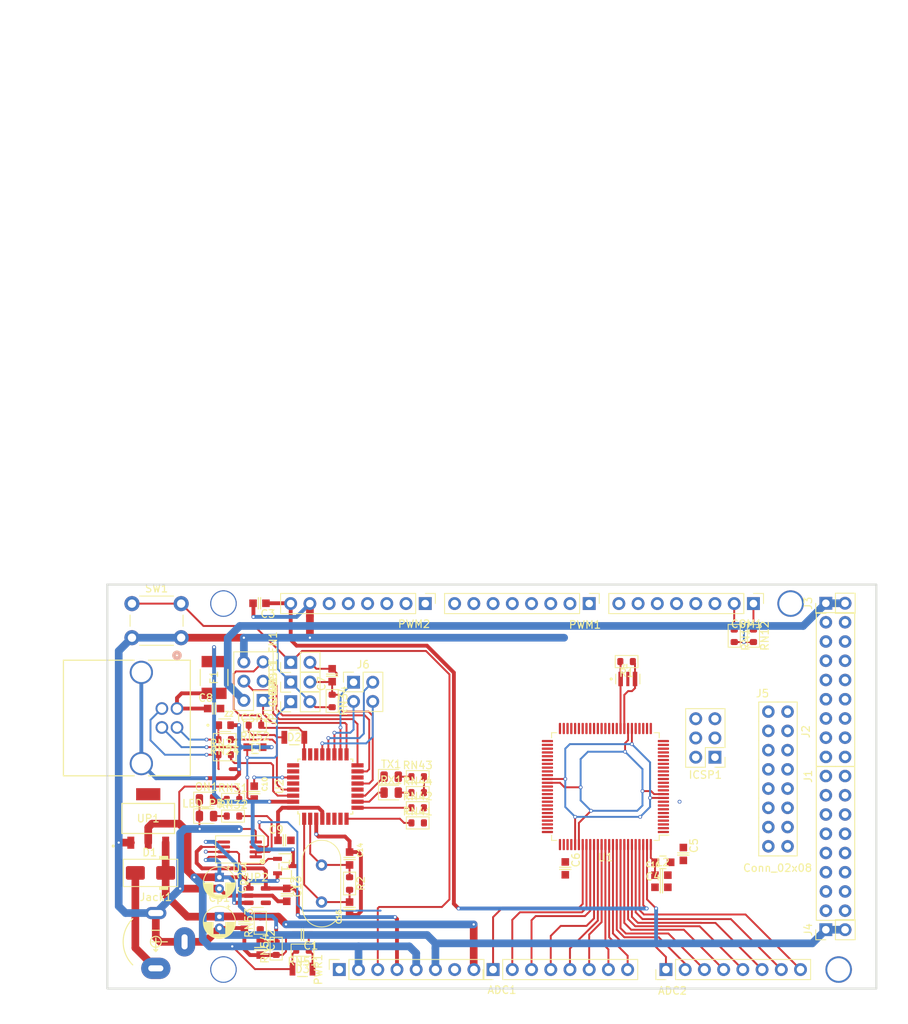
<source format=kicad_pcb>
(kicad_pcb (version 20241229) (generator "pcbnew") (generator_version "9.0")
  (layers (0 "F.Cu" signal) (2 "B.Cu" signal) (13 "F.Paste" user) (15 "B.Paste" user) (5 "F.SilkS" user "F.Silkscreen") (7 "B.SilkS" user "B.Silkscreen") (1 "F.Mask" user) (3 "B.Mask" user) (25 "Edge.Cuts" user))
  (net 0 "")
  (net 1 "GND")
  (net 2 "/PG4")
  (net 3 "/PE7")
  (net 4 "/PE2")
  (net 5 "RESET1")
  (net 6 "/PH7")
  (net 7 "VIN")
  (net 8 "Net-(U2-~{HWB}{slash}PD7)")
  (net 9 "Net-(RESET_EN1-B)")
  (net 10 "Net-(C8-Pad1)")
  (net 11 "Net-(U2-UCAP)")
  (net 12 "AREF")
  (net 13 "/PD6")
  (net 14 "/PD5")
  (net 15 "/PD4")
  (net 17 "/PE6")
  (net 18 "/PH2")
  (net 19 "USBVCC")
  (net 20 "/Power/CMP")
  (net 21 "/ATmega8U2-MU/XT2")
  (net 22 "/ATmega8U2-MU/XT1")
  (net 24 "/PG3")
  (net 28 "RESET2")
  (net 29 "Net-(JP_GND1-A)")
  (net 30 "+3V3")
  (net 31 "TXD0")
  (net 33 "/PH5")
  (net 34 "/PH6")
  (net 35 "+5V")
  (net 36 "Net-(D1-A)")
  (net 37 "/PB4")
  (net 38 "/PB5")
  (net 39 "/PB6")
  (net 40 "/PB7")
  (net 41 "Net-(TX1-A)")
  (net 42 "Net-(RX1-A)")
  (net 43 "Net-(RX1-K)")
  (net 44 "Net-(U1-XTAL2)")
  (net 45 "Net-(U1-XTAL1)")
  (net 46 "RXD0")
  (net 47 "Net-(U2-D-)")
  (net 48 "Net-(U2-D+)")
  (net 49 "Net-(U2-PD2)")
  (net 50 "Net-(LED_PB7-A)")
  (net 51 "Net-(U2-PD3)")
  (net 52 "Net-(ON1-A)")
  (net 53 "/PB0")
  (net 54 "/PB1")
  (net 55 "/PB2")
  (net 59 "/PB3")
  (net 60 "/PC0")
  (net 61 "/PC1")
  (net 62 "/PC2")
  (net 64 "/PC3")
  (net 66 "/PC4")
  (net 67 "/PC5")
  (net 68 "/PC6")
  (net 69 "AVCC")
  (net 70 "/ATmega8U2-MU/MISO2")
  (net 71 "/ATmega8U2-MU/MOSI2")
  (net 72 "/ATmega8U2-MU/SCK2")
  (net 75 "/PC7")
  (net 78 "Net-(TX1-K)")
  (net 79 "/PA7")
  (net 80 "/PA6")
  (net 81 "/PA5")
  (net 82 "/PA4")
  (net 83 "/PA3")
  (net 84 "/PA2")
  (net 85 "/PA1")
  (net 86 "/PA0")
  (net 87 "/Power/GATE_CMD")
  (net 88 "/ADC8")
  (net 89 "/ADC9")
  (net 90 "/ADC10")
  (net 91 "/ADC11")
  (net 92 "/ADC12")
  (net 93 "/ADC13")
  (net 94 "/ADC14")
  (net 95 "/ADC15")
  (net 96 "/ADC0")
  (net 97 "/ADC1")
  (net 98 "/ADC2")
  (net 99 "/ADC3")
  (net 100 "/ADC4")
  (net 101 "/ADC5")
  (net 102 "/ADC6")
  (net 103 "/ADC7")
  (net 104 "/SCL")
  (net 105 "/SDA")
  (net 106 "/RXD1")
  (net 107 "/TXD1")
  (net 108 "/RXD2")
  (net 109 "/TXD2")
  (net 110 "/RXD3")
  (net 111 "/TXD3")
  (net 112 "Net-(U1-PE4)")
  (net 113 "Net-(U1-PE5)")
  (net 114 "/PG5")
  (net 115 "Net-(U1-PE3)")
  (net 116 "/PH3")
  (net 117 "/PH4")
  (net 118 "/PL0")
  (net 119 "/PL1")
  (net 120 "/PL2")
  (net 121 "/PL4")
  (net 122 "/PL3")
  (net 123 "/PL5")
  (net 124 "/PL6")
  (net 125 "/PG0")
  (net 126 "/PL7")
  (net 127 "/PG1")
  (net 128 "/PG2")
  (net 129 "/PD7")
  (net 130 "/RX2")
  (net 131 "/TX2")
  (net 132 "/RX3")
  (net 133 "/TX3")
  (net 134 "/PJ6")
  (net 135 "/PJ2")
  (net 136 "/PJ7")
  (net 137 "/PJ3")
  (net 138 "/PJ5")
  (net 139 "/PJ4")
  (net 140 "PB4")
  (net 141 "PB5")
  (net 142 "PB6")
  (net 143 "PB7")
  (net 144 "Net-(L1-Pad1)")
  (net 146 "Net-(RN21-Pad1)")
  (net 147 "Net-(RN24-Pad2)")
  (net 148 "Net-(U3A--)")
  (footprint "PCM_Resistor_SMD_AKL:R_0603_1608Metric" (layer "F.Cu") (at 126.56 110.1 -90)
    (property "Reference" "RN12")
    (property "Value" "10K_0603" (hide yes))
  )
  (footprint "Capacitor_THT:CP_Radial_D4.0mm_P1.50mm" (layer "F.Cu") (at 56 147.177401 -90)
    (property "Reference" "Cp1")
    (property "Value" "47uF_10V" (hide yes))
  )
  (footprint "PCM_Resistor_SMD_AKL:R_0603_1608Metric" (layer "F.Cu") (at 61.4 148 90)
    (property "Reference" "RN53")
    (property "Value" "10K_0603" (hide yes))
  )
  (footprint "PCM_Resistor_SMD_AKL:R_0603_1608Metric" (layer "F.Cu") (at 57.8 133.9)
    (property "Reference" "RN32")
    (property "Value" "1K_0603" (hide yes))
  )
  (footprint "PCM_4ms_Connector:Pins_2x08_2.54mm_TH" (layer "F.Cu") (at 129.8 129)
    (property "Reference" "J5")
    (property "Value" "Conn_02x08")
  )
  (footprint "Connector_PinHeader_2.54mm:PinHeader_1x08_P2.54mm_Vertical" (layer "F.Cu") (at 115 154.16 90)
    (property "Reference" "ADC2")
    (property "Value" "PINHD_1x8_Male" (hide yes))
  )
  (footprint "PCM_Resistor_SMD_AKL:R_0603_1608Metric" (layer "F.Cu") (at 73.2 142.8 -90)
    (property "Reference" "R2")
    (property "Value" "1M_0603" (hide yes))
  )
  (footprint "Crystal:Crystal_HC49-4H_Vertical" (layer "F.Cu") (at 69.5 145.25 90)
    (property "Reference" "Y2")
    (property "Value" "Crystal_16MHz")
  )
  (footprint "PCM_4ms_Capacitor:C_0603" (layer "F.Cu") (at 101.7 140.8 -90)
    (property "Reference" "C6")
    (property "Value" "100nF_0603_16V" (hide yes))
  )
  (footprint "FerriteBead_MH2029-300Y_Bourns:IND_BOURNS_MH2029" (layer "F.Cu") (at 114.6 140)
    (property "Reference" "L2")
    (property "Value" "MH2029-300Y")
  )
  (footprint "PCM_Resistor_SMD_AKL:R_0603_1608Metric" (layer "F.Cu") (at 56.7 123.8 180)
    (property "Reference" "RN24")
    (property "Value" "22R_0603" (hide yes))
  )
  (footprint "Resonators_CSTCE16M0V53-R0_Murata:OSC_CSTCE16M0V53-R0" (layer "F.Cu") (at 109.9625 115.8)
    (property "Reference" "Y1")
    (property "Value" "CSTCE16M0V53-R0")
  )
  (footprint "PCM_Resistor_SMD_AKL:R_0603_1608Metric" (layer "F.Cu") (at 124.02 110.1 -90)
    (property "Reference" "RN13")
    (property "Value" "10K_0603" (hide yes))
  )
  (footprint "PCM_Resistor_SMD_AKL:R_0603_1608Metric" (layer "F.Cu") (at 57.8 131.7)
    (property "Reference" "RN31")
    (property "Value" "1K_0603" (hide yes))
  )
  (footprint "Connector_PinHeader_2.54mm:PinHeader_1x02_P2.54mm_Vertical" (layer "F.Cu") (at 65.425 113.6 90)
    (property "Reference" "RESET_EN1")
    (property "Value" "SolderJumper_2_Open" (hide yes))
  )
  (footprint "Connector_PinHeader_2.54mm:PinHeader_2x03_P2.54mm_Vertical" (layer "F.Cu") (at 121.475 126.125 180)
    (property "Reference" "ICSP1")
    (property "Value" "ICSP_Connector" (hide yes))
  )
  (footprint "PCM_4ms_Capacitor:C_0603" (layer "F.Cu") (at 61.3 105.8 180)
    (property "Reference" "C3")
    (property "Value" "100nF_0603_16V" (hide yes))
  )
  (footprint "PCM_4ms_Capacitor:C_0603" (layer "F.Cu") (at 64.9 144.3 -90)
    (property "Reference" "C13")
    (property "Value" "100nF_0603_16V" (hide yes))
  )
  (footprint "Connector_PinHeader_2.54mm:PinHeader_2x03_P2.54mm_Vertical" (layer "F.Cu") (at 61.775 118.625 180)
    (property "Reference" "ICSP2")
    (property "Value" "ICSP_Connector" (hide yes))
  )
  (footprint "PCM_4ms_Capacitor:C_0603" (layer "F.Cu") (at 61.4 151.4 -90)
    (property "Reference" "C12")
    (property "Value" "100nF_0603_16V" (hide yes))
  )
  (footprint "Connector_PinHeader_2.54mm:PinHeader_1x08_P2.54mm_Vertical" (layer "F.Cu") (at 92.16 154.16 90)
    (property "Reference" "ADC1")
    (property "Value" "PINHD_1x8_Male" (hide yes))
  )
  (footprint "Varistor_CG0603MLC-05E_Bourns:VARC1608X56N" (layer "F.Cu") (at 56.7 121.9)
    (property "Reference" "Z2")
    (property "Value" "CG0603MLC-05E")
  )
  (footprint "PCM_4ms_Capacitor:C_0603" (layer "F.Cu") (at 114.4 141.7)
    (property "Reference" "C16")
    (property "Value" "100nF_0603_16V" (hide yes))
  )
  (footprint "Connector_PinHeader_2.54mm:PinHeader_1x08_P2.54mm_Vertical" (layer "F.Cu") (at 104.86 105.84 -90)
    (property "Reference" "PWM1")
    (property "Value" "PINHD_1x8_Male" (hide yes))
  )
  (footprint "PCM_4ms_Capacitor:C_0603" (layer "F.Cu") (at 73.2 139.5 -90)
    (property "Reference" "C14")
    (property "Value" "100nF_0603_16V" (hide yes))
  )
  (footprint "LED_SMD:LED_0805_2012Metric" (layer "F.Cu") (at 54.3 133.9)
    (property "Reference" "LED_PB7")
    (property "Value" "Yellow 0805" (hide yes))
  )
  (footprint "PCM_4ms_Capacitor:C_0603" (layer "F.Cu") (at 64.6 137.1)
    (property "Reference" "C9")
    (property "Value" "100nF_0603_16V" (hide yes))
  )
  (footprint "PCM_4ms_Capacitor:C_0603" (layer "F.Cu") (at 70.9 115.3 90)
    (property "Reference" "C7")
    (property "Value" "100nF_0603_16V" (hide yes))
  )
  (footprint "PCM_Resistor_SMD_AKL:R_0603_1608Metric" (layer "F.Cu") (at 82.2 134.8)
    (property "Reference" "RN41")
    (property "Value" "1K_0603" (hide yes))
  )
  (footprint "PCM_4ms_Capacitor:C_0603" (layer "F.Cu") (at 114.4 143.3)
    (property "Reference" "C4")
    (property "Value" "100nF_0603_16V" (hide yes))
  )
  (footprint "Connector_PinHeader_2.54mm:PinHeader_1x02_P2.54mm_Vertical" (layer "F.Cu") (at 136.125 105.8 90)
    (property "Reference" "J3")
    (property "Value" "PINHD_1x2_Male")
  )
  (footprint "Button_Switch_THT:SW_PUSH_6mm" (layer "F.Cu") (at 44.45 105.85)
    (property "Reference" "SW1")
    (property "Value" "Push_Button" (hide yes))
  )
  (footprint "PCM_Resistor_SMD_AKL:R_0603_1608Metric" (layer "F.Cu") (at 82.2 130.8)
    (property "Reference" "RN44")
    (property "Value" "1K_0603" (hide yes))
  )
  (footprint "Connector_PinHeader_2.54mm:PinHeader_1x08_P2.54mm_Vertical" (layer "F.Cu") (at 126.56 105.84 -90)
    (property "Reference" "COM1")
    (property "Value" "PINHD_1x8_Male" (hide yes))
  )
  (footprint "PCM_Resistor_SMD_AKL:R_0603_1608Metric" (layer "F.Cu") (at 56.7 125.8)
    (property "Reference" "RN21")
    (property "Value" "22R_0603" (hide yes))
  )
  (footprint "PCM_Resistor_SMD_AKL:R_0603_1608Metric" (layer "F.Cu") (at 109.8 113.5 180)
    (property "Reference" "R1")
    (property "Value" "1M_0603" (hide yes))
  )
  (footprint "Fuse_MF-MSMF050-2_Bourns:FUSE_F050-2" (layer "F.Cu") (at 55.3 115.6 90)
    (property "Reference" "F1")
    (property "Value" "MF-MSMF050-2")
  )
  (footprint "MOSFET_PMV48XP,215_Nexperia:TO-236_SOT23_NEX" (layer "F.Cu") (at 64.7 140.5 -90)
    (property "Reference" "T1")
    (property "Value" "PMV48XP_215")
  )
  (footprint "LED_SMD:LED_0805_2012Metric" (layer "F.Cu") (at 54.3 131.7)
    (property "Reference" "ON1")
    (property "Value" "Green 0805" (hide yes))
  )
  (footprint "PCM_4ms_Capacitor:C_0603" (layer "F.Cu") (at 73.2 146.1 90)
    (property "Reference" "C15")
    (property "Value" "100nF_0603_16V" (hide yes))
  )
  (footprint "PCM_Resistor_SMD_AKL:R_0603_1608Metric" (layer "F.Cu") (at 82.2 132.8)
    (property "Reference" "RN42")
    (property "Value" "1K_0603" (hide yes))
  )
  (footprint "PCM_4ms_Capacitor:C_0603" (layer "F.Cu") (at 60.6 130.8 -90)
    (property "Reference" "C10")
    (property "Value" "100nF_0603_16V" (hide yes))
  )
  (footprint "Package_QFP:TQFP-100_14x14mm_P0.5mm" (layer "F.Cu") (at 107 130 180)
    (property "Reference" "U1")
    (property "Value" "ATmega2560-16A" (hide yes))
  )
  (footprint "PCM_Package_SO_AKL:MSOP-8_3x3mm_P0.65mm" (layer "F.Cu") (at 58.7 138.3 180)
    (property "Reference" "U3")
    (property "Value" "LMV358IDGK" (hide yes))
  )
  (footprint "PCM_Resistor_SMD_AKL:R_0603_1608Metric" (layer "F.Cu") (at 63.5 151.4 90)
    (property "Reference" "RN54")
    (property "Value" "10K_0603" (hide yes))
  )
  (footprint "PCM_4ms_Connector:Pins_2x08_2.54mm_TH" (layer "F.Cu") (at 137.4 137.5 180)
    (property "Reference" "J1")
    (property "Value" "Conn_02x08" (hide yes))
  )
  (footprint "LED_SMD:LED_0805_2012Metric" (layer "F.Cu") (at 78.7 130.8)
    (property "Reference" "RX1")
    (property "Value" "Yellow 0805" (hide yes))
  )
  (footprint "Package_QFP:TQFP-32_7x7mm_P0.8mm" (layer "F.Cu") (at 70 130 90)
    (property "Reference" "U2")
    (property "Value" "ATmega8U2-A")
  )
  (footprint "Connector_PinHeader_2.54mm:PinHeader_1x02_P2.54mm_Vertical" (layer "F.Cu") (at 65.425 116.2 90)
    (property "Reference" "UBOOT1")
    (property "Value" "SolderJumper_2_Open" (hide yes))
  )
  (footprint "PCM_4ms_Jack:Barrel_Vert_PJ064_slotted" (layer "F.Cu") (at 47.6 150.5)
    (property "Reference" "Jack1")
    (property "Value" "Barrel_2.0mmPin_PJ064" (hide yes))
  )
  (footprint "PCM_Resistor_SMD_AKL:R_0603_1608Metric" (layer "F.Cu") (at 70.9 118.7 -90)
    (property "Reference" "RN34")
    (property "Value" "1K_0603" (hide yes))
  )
  (footprint "Diode_CD1206-S01575_Bourns:DIODE_CD1206-S01575_BRN" (layer "F.Cu") (at 66.9792 154.1)
    (property "Reference" "D3")
    (property "Value" "CD1206-S01575")
  )
  (footprint "Connector_PinHeader_2.54mm:PinHeader_1x08_P2.54mm_Vertical" (layer "F.Cu") (at 83.2 105.84 -90)
    (property "Reference" "PWM2")
    (property "Value" "PINHD_1x8_Male" (hide yes))
  )
  (footprint "Connector_PinHeader_2.54mm:PinHeader_2x02_P2.54mm_Vertical" (layer "F.Cu") (at 73.725 116.225)
    (property "Reference" "J6")
    (property "Value" "PINHD_2x2_Male")
  )
  (footprint "Diode_CD1206-S01575_Bourns:DIODE_CD1206-S01575_BRN" (layer "F.Cu") (at 65.9 123.5)
    (property "Reference" "D2")
    (property "Value" "CD1206-S01575")
  )
  (footprint "PCM_Resistor_SMD_AKL:R_0603_1608Metric" (layer "F.Cu") (at 60.7 121.9 180)
    (property "Reference" "RN52")
    (property "Value" "10K_0603" (hide yes))
  )
  (footprint "PCM_4ms_Capacitor:C_0603" (layer "F.Cu") (at 55.3 119.7)
    (property "Reference" "C8")
    (property "Value" "100nF_0603_16V" (hide yes))
  )
  (footprint "PCM_Resistor_SMD_AKL:R_0603_1608Metric" (layer "F.Cu") (at 82.2 128.7)
    (property "Reference" "RN43")
    (property "Value" "1K_0603" (hide yes))
  )
  (footprint "PCM_4ms_Capacitor:C_0603" (layer "F.Cu") (at 117.3 138.9 -90)
    (property "Reference" "C5")
    (property "Value" "100nF_0603_16V" (hide yes))
  )
  (footprint "PCM_Diode_SMD_AKL:D_SMA" (layer "F.Cu") (at 46.9 141.4 180)
    (property "Reference" "D1")
    (property "Value" "M7" (hide yes))
  )
  (footprint "Connector_PinHeader_2.54mm:PinHeader_1x02_P2.54mm_Vertical" (layer "F.Cu") (at 65.425 118.8 90)
    (property "Reference" "JP_GND1")
    (property "Value" "SolderJumper_2_Open" (hide yes))
  )
  (footprint "PCM_4ms_Capacitor:C_0603" (layer "F.Cu") (at 66.9792 149.6 180)
    (property "Reference" "C1")
    (property "Value" "22pF_0603_16V" (hide yes))
  )
  (footprint "PCM_4ms_Connector:Pins_2x08_2.54mm_TH" (layer "F.Cu") (at 137.4 117.2 180)
    (property "Reference" "J2")
    (property "Value" "Conn_02x08" (hide yes))
  )
  (footprint "LED_SMD:LED_0805_2012Metric" (layer "F.Cu") (at 78.7 128.7)
    (property "Reference" "TX1")
    (property "Value" "Green 0805" (hide yes))
  )
  (footprint "PCM_4ms_Capacitor:C_0603" (layer "F.Cu") (at 59.3 148 -90)
    (property "Reference" "C2" (hide yes))
    (property "Value" "100nF_0603_16V" (hide yes))
  )
  (footprint "CUI_USBtypeB_UJ2-BH-1-TH:UJ2-BH-1-TH_CUD" (layer "F.Cu") (at 50.4 119.7 -90)
    (property "Reference" "USB1" (hide yes))
    (property "Value" "UJ2-BH-1-TH" (hide yes))
  )
  (footprint "Capacitor_THT:CP_Radial_D4.0mm_P1.50mm" (layer "F.Cu") (at 56 141.977401 -90)
    (property "Reference" "Cp2")
    (property "Value" "47uF_10V" (hide yes))
  )
  (footprint "LDO_LD1117S50CTR_STMicroelectronics:SOT-223_STM" (layer "F.Cu") (at 46.6 134.2127)
    (property "Reference" "UP1")
    (property "Value" "LD1117S50CTR")
  )
  (footprint "Connector_PinSocket_2.54mm:PinSocket_1x08_P2.54mm_Vertical" (layer "F.Cu") (at 71.845 154.16 90)
    (property "Reference" "PWR1")
    (property "Value" "PINHD_1x8_Female")
  )
  (footprint "PCM_Resistor_SMD_AKL:R_0603_1608Metric" (layer "F.Cu") (at 66.9792 151.6 180)
    (property "Reference" "RN51")
    (property "Value" "10K_0603" (hide yes))
  )
  (footprint "Package_TO_SOT_SMD:SOT-23-5" (layer "F.Cu") (at 61 144.4)
    (property "Reference" "UP2")
    (property "Value" "LP2985-3.3")
  )
  (footprint "FerriteBead_MH2029-300Y_Bourns:IND_BOURNS_MH2029" (layer "F.Cu") (at 60.7 124.8 180)
    (property "Reference" "L1")
    (property "Value" "MH2029-300Y")
  )
  (footprint "Connector_PinHeader_2.54mm:PinHeader_1x02_P2.54mm_Vertical" (layer "F.Cu") (at 136.125 148.9 90)
    (property "Reference" "J4")
    (property "Value" "PINHD_1x2_Male")
  )
  (gr_rect (start 41.2 103.33) (end 142.8 156.67) (stroke (width 0.254)) (fill no) (layer "Edge.Cuts"))
  (via (at 137.82 154.16) (size 3.5) (drill 3) (layers "F.Cu" "B.Cu") (net 0))
  (via (at 56.54 154.16) (size 3.5) (drill 3.2) (layers "F.Cu" "B.Cu") (net 0))
  (via (at 131.47 105.84) (size 3.5) (drill 3) (layers "F.Cu" "B.Cu") (net 0))
  (via (at 56.54 105.84) (size 3.5) (drill 3.2) (layers "F.Cu" "B.Cu") (net 0))
  (segment (start 70.9 119.525) (end 68.69 119.525) (width 0.254) (layer "F.Cu") (net 1))
  (segment (start 113.7 146.1) (end 112.5 144.9) (width 0.254) (layer "F.Cu") (net 1))
  (segment (start 63 144.4) (end 63.75 145.15) (width 0.508) (layer "F.Cu") (net 1))
  (segment (start 103.5 134.8) (end 103.8 134.5) (width 0.254) (layer "F.Cu") (net 1))
  (segment (start 99.3375 129.5) (end 101 129.5) (width 0.254) (layer "F.Cu") (net 1))
  (segment (start 64.8 150) (end 64.8 151.8) (width 0.254) (layer "F.Cu") (net 1))
  (segment (start 50.822505 143.477401) (end 56 143.477401) (width 1.016) (layer "F.Cu") (net 1))
  (segment (start 61.4 152.25) (end 63.475 152.25) (width 0.508) (layer "F.Cu") (net 1))
  (segment (start 60.5 105.85) (end 60.45 105.8) (width 0.508) (layer "F.Cu") (net 1))
  (segment (start 42.7 137.4) (end 44.2869 137.4) (width 1.016) (layer "F.Cu") (net 1))
  (segment (start 59.3 151.5) (end 60.05 152.25) (width 0.508) (layer "F.Cu") (net 1))
  (segment (start 59.3 148.85) (end 59.3 151.5) (width 0.508) (layer "F.Cu") (net 1))
  (segment (start 109.6 124.270452) (end 109.6 125.4) (width 0.254) (layer "F.Cu") (net 1))
  (segment (start 67.96 105.84) (end 67.96 107.5) (width 1.016) (layer "F.Cu") (net 1))
  (segment (start 65.2 149.6) (end 64.8 150) (width 0.254) (layer "F.Cu") (net 1))
  (segment (start 60.5 135.6) (end 60.8125 135.9125) (width 0.254) (layer "F.Cu") (net 1))
  (segment (start 53.3625 133.9) (end 53.3625 135.5625) (width 0.254) (layer "F.Cu") (net 1))
  (segment (start 103.5 137.6625) (end 103.5 134.8) (width 0.254) (layer "F.Cu") (net 1))
  (segment (start 59.8625 144.4) (end 56.922599 144.4) (width 0.508) (layer "F.Cu") (net 1))
  (segment (start 54.177401 150.5) (end 56 148.677401) (width 1.016) (layer "F.Cu") (net 1))
  (segment (start 59.2 110.35) (end 50.95 110.35) (width 1.016) (layer "F.Cu") (net 1))
  (segment (start 53.3625 131.7) (end 53.3625 133.9) (width 0.254) (layer "F.Cu") (net 1))
  (segment (start 73.2 146.95) (end 74.25 146.95) (width 0.508) (layer "F.Cu") (net 1))
  (segment (start 114.6625 131) (end 113.429548 131) (width 0.254) (layer "F.Cu") (net 1))
  (segment (start 63.75 145.15) (end 64.9 145.15) (width 0.508) (layer "F.Cu") (net 1))
  (segment (start 60.05 152.25) (end 61.4 152.25) (width 0.508) (layer "F.Cu") (net 1))
  (segment (start 60.5 107.6) (end 60.5 105.85) (width 0.508) (layer "F.Cu") (net 1))
  (segment (start 59.8625 144.4) (end 63 144.4) (width 0.508) (layer "F.Cu") (net 1))
  (segment (start 66.1292 149.6) (end 65.2 149.6) (width 0.254) (layer "F.Cu") (net 1))
  (segment (start 58.6 135.6) (end 60.5 135.6) (width 0.254) (layer "F.Cu") (net 1))
  (segment (start 56.922599 144.4) (end 56 143.477401) (width 0.508) (layer "F.Cu") (net 1))
  (segment (start 113.029548 130.6) (end 111.9 130.6) (width 0.254) (layer "F.Cu") (net 1))
  (segment (start 74.7 139) (end 74.35 138.65) (width 0.508) (layer "F.Cu") (net 1))
  (segment (start 74.25 146.95) (end 74.7 146.5) (width 0.508) (layer "F.Cu") (net 1))
  (segment (start 63.475 152.25) (end 63.5 152.225) (width 0.508) (layer "F.Cu") (net 1))
  (segment (start 110 123.870452) (end 109.6 124.270452) (width 0.254) (layer "F.Cu") (net 1))
  (segment (start 112.5 144.9) (end 112.5 137.6625) (width 0.254) (layer "F.Cu") (net 1))
  (segment (start 59.127401 148.677401) (end 59.3 148.85) (width 0.508) (layer "F.Cu") (net 1))
  (segment (start 64.8 151.8) (end 64.375 152.225) (width 0.254) (layer "F.Cu") (net 1))
  (segment (start 64.375 152.225) (end 63.5 152.225) (width 0.254) (layer "F.Cu") (net 1))
  (segment (start 69.1 136.6) (end 68.8 136.3) (width 0.508) (layer "F.Cu") (net 1))
  (segment (start 101 129.5) (end 101.6 130.1) (width 0.254) (layer "F.Cu") (net 1))
  (segment (start 60.8125 135.9125) (end 60.8125 137.325) (width 0.254) (layer "F.Cu") (net 1))
  (segment (start 73.2 138.65) (end 73.2 137.2) (width 0.508) (layer "F.Cu") (net 1))
  (segment (start 53.3625 135.5625) (end 53.4 135.6) (width 0.254) (layer "F.Cu") (net 1))
  (segment (start 101.6 130.1) (end 103.727 130.1) (width 0.254) (layer "F.Cu") (net 1))
  (segment (start 113.429548 131) (end 113.029548 130.6) (width 0.254) (layer "F.Cu") (net 1))
  (segment (start 103.8 134.5) (end 105.1 133.2) (width 0.254) (layer "F.Cu") (net 1))
  (segment (start 51.400094 150.5) (end 54.177401 150.5) (width 1.016) (layer "F.Cu") (net 1))
  (segment (start 47.6 146.699906) (end 47.6 149.9) (width 1.016) (layer "F.Cu") (net 1))
  (segment (start 110 122.3375) (end 110 123.870452) (width 0.254) (layer "F.Cu") (net 1))
  (segment (start 68.8 134.25) (end 68.8 136.3) (width 0.508) (layer "F.Cu") (net 1))
  (segment (start 67.96 107.5) (end 67.96 110.35) (width 1.016) (layer "F.Cu") (net 1))
  (segment (start 73.2 137.2) (end 72.6 136.6) (width 0.508) (layer "F.Cu") (net 1))
  (segment (start 74.7 146.5) (end 74.7 139) (width 0.508) (layer "F.Cu") (net 1))
  (segment (start 47.6 149.9) (end 48.2 150.5) (width 1.016) (layer "F.Cu") (net 1))
  (segment (start 68.69 119.525) (end 67.965 118.8) (width 0.254) (layer "F.Cu") (net 1))
  (segment (start 56 148.677401) (end 59.127401 148.677401) (width 0.508) (layer "F.Cu") (net 1))
  (segment (start 44.2869 137.4) (end 44.3 137.4131) (width 1.016) (layer "F.Cu") (net 1))
  (segment (start 48.2 150.5) (end 51.400094 150.5) (width 1.016) (layer "F.Cu") (net 1))
  (segment (start 74.35 138.65) (end 73.2 138.65) (width 0.508) (layer "F.Cu") (net 1))
  (segment (start 72.6 136.6) (end 69.1 136.6) (width 0.508) (layer "F.Cu") (net 1))
  (via (at 60.5 107.6) (size 0.5) (drill 0.3) (layers "F.Cu" "B.Cu") (net 1))
  (via (at 58.6 135.6) (size 0.5) (drill 0.3) (layers "F.Cu" "B.Cu") (net 1))
  (via (at 113.7 146.1) (size 0.5) (drill 0.3) (layers "F.Cu" "B.Cu") (net 1))
  (via (at 42.7 137.4) (size 0.5) (drill 0.3) (layers "F.Cu" "B.Cu") (net 1))
  (via (at 67.96 110.35) (size 0.5) (drill 0.3) (layers "F.Cu" "B.Cu") (net 1))
  (via (at 103.727 130.1) (size 0.5) (drill 0.3) (layers "F.Cu" "B.Cu") (net 1))
  (via (at 109.6 125.4) (size 0.5) (drill 0.3) (layers "F.Cu" "B.Cu") (net 1))
  (via (at 59.235 110.35) (size 0.5) (drill 0.3) (layers "F.Cu" "B.Cu") (net 1))
  (via (at 105.1 133.2) (size 0.5) (drill 0.3) (layers "F.Cu" "B.Cu") (net 1))
  (via (at 53.4 135.6) (size 0.5) (drill 0.3) (layers "F.Cu" "B.Cu") (net 1))
  (via (at 111.9 130.6) (size 0.5) (drill 0.3) (layers "F.Cu" "B.Cu") (net 1))
  (via (at 68.8 136.3) (size 0.5) (drill 0.3) (layers "F.Cu" "B.Cu") (net 1))
  (via (at 50.822505 143.477401) (size 0.5) (drill 0.3) (layers "F.Cu" "B.Cu") (net 1))
  (segment (start 111.9 132.5) (end 111.2 133.2) (width 0.254) (layer "B.Cu") (net 1))
  (segment (start 50.822505 136.177495) (end 51.4 135.6) (width 1.016) (layer "B.Cu") (net 1))
  (segment (start 103.727 130.1) (end 103.727 126.373) (width 0.254) (layer "B.Cu") (net 1))
  (segment (start 66.2 107.6) (end 67.96 105.84) (width 0.508) (layer "B.Cu") (net 1))
  (segment (start 136.135 148.9) (end 138.675 148.9) (width 1.016) (layer "B.Cu") (net 1))
  (segment (start 84.545 150.7) (end 113.8 150.7) (width 1.016) (layer "B.Cu") (net 1))
  (segment (start 50.822505 143.477401) (end 47.6 146.699906) (width 1.016) (layer "B.Cu") (net 1))
  (segment (start 60.5 107.6) (end 66.2 107.6) (width 0.508) (layer "B.Cu") (net 1))
  (segment (start 53.4 135.6) (end 58.6 135.6) (width 1.016) (layer "B.Cu") (net 1))
  (segment (start 44.45 110.35) (end 42.7 112.1) (width 1.016) (layer "B.Cu") (net 1))
  (segment (start 42.7 112.1) (end 42.7 137.4) (width 1.016) (layer "B.Cu") (net 1))
  (segment (start 63.7 114.475) (end 65.425 116.2) (width 0.254) (layer "B.Cu") (net 1))
  (segment (start 105.1 133.2) (end 103.727 131.827) (width 0.254) (layer "B.Cu") (net 1))
  (segment (start 59.235 113.545) (end 59.235 110.35) (width 1.016) (layer "B.Cu") (net 1))
  (segment (start 56 148.677401) (end 56.922599 149.6) (width 1.016) (layer "B.Cu") (net 1))
  (segment (start 42.7 137.4) (end 42.7 145.8) (width 1.016) (layer "B.Cu") (net 1))
  (segment (start 56.922599 149.6) (end 83.445 149.6) (width 1.016) (layer "B.Cu") (net 1))
  (segment (start 103.727 126.373) (end 104.7 125.4) (width 0.254) (layer "B.Cu") (net 1))
  (segment (start 42.7 145.8) (end 43.599906 146.699906) (width 1.016) (layer "B.Cu") (net 1))
  (segment (start 134.335 150.7) (end 136.135 148.9) (width 1.016) (layer "B.Cu") (net 1))
  (segment (start 65.425 116.2) (end 65.425 116.26) (width 0.254) (layer "B.Cu") (net 1))
  (segment (start 50.822505 143.477401) (end 50.822505 136.177495) (width 1.016) (layer "B.Cu") (net 1))
  (segment (start 59.235 110.35) (end 67.87 110.35) (width 1.016) (layer "B.Cu") (net 1))
  (segment (start 67.96 110.35) (end 101.55 110.35) (width 1.016) (layer "B.Cu") (net 1))
  (segment (start 109.6 125.4) (end 111.9 127.7) (width 0.254) (layer "B.Cu") (net 1))
  (segment (start 113.7 146.1) (end 113.7 150.6) (width 0.508) (layer "B.Cu") (net 1))
  (segment (start 51.4 135.6) (end 53.4 135.6) (width 1.016) (layer "B.Cu") (net 1))
  (segment (start 111.2 133.2) (end 105.1 133.2) (width 0.254) (layer "B.Cu") (net 1))
  (segment (start 44.45 110.35) (end 50.95 110.35) (width 1.016) (layer "B.Cu") (net 1))
  (segment (start 84.545 151.345) (end 84.545 154.16) (width 1.016) (layer "B.Cu") (net 1))
  (segment (start 43.599906 146.699906) (end 47.6 146.699906) (width 1.016) (layer "B.Cu") (net 1))
  (segment (start 113.8 150.7) (end 134.335 150.7) (width 1.016) (layer "B.Cu") (net 1))
  (segment (start 104.7 125.4) (end 109.6 125.4) (width 0.254) (layer "B.Cu") (net 1))
  (segment (start 111.9 127.7) (end 111.9 130.6) (width 0.254) (layer "B.Cu") (net 1))
  (segment (start 63.7 110.4) (end 63.7 114.475) (width 0.254) (layer "B.Cu") (net 1))
  (segment (start 84.545 151.345) (end 84.545 150.7) (width 1.016) (layer "B.Cu") (net 1))
  (segment (start 113.7 150.6) (end 113.8 150.7) (width 0.254) (layer "B.Cu") (net 1))
  (segment (start 65.425 116.26) (end 67.965 118.8) (width 0.254) (layer "B.Cu") (net 1))
  (segment (start 103.727 131.827) (end 103.727 130.1) (width 0.254) (layer "B.Cu") (net 1))
  (segment (start 83.445 149.6) (end 84.545 150.7) (width 1.016) (layer "B.Cu") (net 1))
  (segment (start 111.9 130.6) (end 111.9 132.5) (width 0.254) (layer "B.Cu") (net 1))
  (via (at 116.8 132) (size 0.5) (drill 0.3) (layers "F.Cu" "B.Cu") (net 3))
  (segment (start 67.8042 151.6) (end 67.8042 149.625) (width 0.254) (layer "F.Cu") (net 5))
  (segment (start 77.1 145.9) (end 76.925 146.075) (width 0.254) (layer "F.Cu") (net 5))
  (segment (start 76.925 146.075) (end 76.925 149.5) (width 0.254) (layer "F.Cu") (net 5))
  (segment (start 86.4 115.2) (end 86.4 144.9) (width 0.254) (layer "F.Cu") (net 5))
  (segment (start 83.3 112.1) (end 86.4 115.2) (width 0.254) (layer "F.Cu") (net 5))
  (segment (start 76.825 149.6) (end 76.925 149.5) (width 0.254) (layer "F.Cu") (net 5))
  (segment (start 86.4 144.9) (end 85.4 145.9) (width 0.254) (layer "F.Cu") (net 5))
  (segment (start 67.8292 149.6) (end 76.825 149.6) (width 0.254) (layer "F.Cu") (net 5))
  (segment (start 44.45 105.85) (end 50.95 105.85) (width 0.254) (layer "F.Cu") (net 5))
  (segment (start 53.9 108.8) (end 60.625 108.8) (width 0.254) (layer "F.Cu") (net 5))
  (segment (start 65.425 113.6) (end 66.925 112.1) (width 0.254) (layer "F.Cu") (net 5))
  (segment (start 50.95 105.85) (end 53.9 108.8) (width 0.254) (layer "F.Cu") (net 5))
  (segment (start 76.925 149.5) (end 76.925 154.16) (width 0.254) (layer "F.Cu") (net 5))
  (segment (start 60.625 108.8) (end 65.425 113.6) (width 0.254) (layer "F.Cu") (net 5))
  (segment (start 85.4 145.9) (end 77.1 145.9) (width 0.254) (layer "F.Cu") (net 5))
  (segment (start 66.925 112.1) (end 83.3 112.1) (width 0.254) (layer "F.Cu") (net 5))
  (segment (start 68.3 154.1) (end 68.3 152.0958) (width 0.254) (layer "F.Cu") (net 5))
  (segment (start 68.3 152.0958) (end 67.8042 151.6) (width 0.254) (layer "F.Cu") (net 5))
  (segment (start 67.8042 149.625) (end 67.8292 149.6) (width 0.254) (layer "F.Cu") (net 5))
  (segment (start 89.6 148.2) (end 89.6 154.135) (width 1.016) (layer "F.Cu") (net 7))
  (segment (start 48.9 141.4) (end 48.9 137.4131) (width 1.016) (layer "F.Cu") (net 7))
  (segment (start 59.272599 147.177401) (end 59.3 147.15) (width 0.508) (layer "F.Cu") (net 7))
  (segment (start 59.3 147.15) (end 61.375 147.15) (width 1.016) (layer "F.Cu") (net 7))
  (segment (start 59.245198 147.15) (end 59.272599 147.177401) (width 1.016) (layer "F.Cu") (net 7))
  (segment (start 56.027401 147.15) (end 59.245198 147.15) (width 1.016) (layer "F.Cu") (net 7))
  (segment (start 64.8 148.2) (end 63.775 147.175) (width 1.016) (layer "F.Cu") (net 7))
  (segment (start 48.9 144.3) (end 51.777401 147.177401) (width 1.016) (layer "F.Cu") (net 7))
  (segment (start 51.777401 147.177401) (end 56 147.177401) (width 1.016) (layer "F.Cu") (net 7))
  (segment (start 89.6 154.135) (end 89.625 154.16) (width 1.016) (layer "F.Cu") (net 7))
  (segment (start 63.775 147.175) (end 61.4 147.175) (width 1.016) (layer "F.Cu") (net 7))
  (segment (start 61.375 147.15) (end 61.4 147.175) (width 1.016) (layer "F.Cu") (net 7))
  (segment (start 56 147.177401) (end 56.027401 147.15) (width 1.016) (layer "F.Cu") (net 7))
  (segment (start 48.9 141.4) (end 48.9 144.3) (width 1.016) (layer "F.Cu") (net 7))
  (via (at 64.8 148.2) (size 0.5) (drill 0.3) (layers "F.Cu" "B.Cu") (net 7))
  (via (at 89.6 148.2) (size 0.5) (drill 0.3) (layers "F.Cu" "B.Cu") (net 7))
  (segment (start 89.6 148.2) (end 64.8 148.2) (width 1.016) (layer "B.Cu") (net 7))
  (segment (start 72 119.8) (end 72.3 120.1) (width 0.254) (layer "F.Cu") (net 8))
  (segment (start 72 118.1) (end 72 119.8) (width 0.254) (layer "F.Cu") (net 8))
  (segment (start 72.3 120.1) (end 75.7 120.1) (width 0.254) (layer "F.Cu") (net 8))
  (segment (start 70.9 117.875) (end 70.9 116.15) (width 0.254) (layer "F.Cu") (net 8))
  (segment (start 70.85 116.2) (end 70.9 116.15) (width 0.254) (layer "F.Cu") (net 8))
  (segment (start 75.8 129.6) (end 74.25 129.6) (width 0.254) (layer "F.Cu") (net 8))
  (segment (start 75.7 120.1) (end 76.255 120.655) (width 0.254) (layer "F.Cu") (net 8))
  (segment (start 67.965 116.2) (end 70.85 116.2) (width 0.254) (layer "F.Cu") (net 8))
  (segment (start 76.255 129.145) (end 75.8 129.6) (width 0.254) (layer "F.Cu") (net 8))
  (segment (start 76.255 120.655) (end 76.255 129.145) (width 0.254) (layer "F.Cu") (net 8))
  (segment (start 70.9 117.875) (end 71.775 117.875) (width 0.254) (layer "F.Cu") (net 8))
  (segment (start 71.775 117.875) (end 72 118.1) (width 0.254) (layer "F.Cu") (net 8))
  (segment (start 68.815 114.45) (end 70.9 114.45) (width 0.254) (layer "F.Cu") (net 9))
  (segment (start 71.5 115.05) (end 71.5 115.322) (width 0.254) (layer "F.Cu") (net 9))
  (segment (start 70.9 114.45) (end 71.5 115.05) (width 0.254) (layer "F.Cu") (net 9))
  (segment (start 67.965 113.6) (end 68.815 114.45) (width 0.254) (layer "F.Cu") (net 9))
  (segment (start 51.0045 117.6955) (end 55.3 117.6955) (width 0.508) (layer "F.Cu") (net 10))
  (segment (start 54.2999 119.7501) (end 54.35 119.7) (width 0.254) (layer "F.Cu") (net 10))
  (segment (start 50.4 119.7) (end 54.45 119.7) (width 0.508) (layer "F.Cu") (net 10))
  (segment (start 54.35 119.7) (end 54.45 119.7) (width 0.254) (layer "F.Cu") (net 10))
  (segment (start 50.4 118.3) (end 51.0045 117.6955) (width 0.508) (layer "F.Cu") (net 10))
  (segment (start 50.4 119.7) (end 50.4 118.3) (width 0.508) (layer "F.Cu") (net 10))
  (segment (start 64.3 128.8) (end 65.75 128.8) (width 0.254) (layer "F.Cu") (net 11))
  (segment (start 60.6 129.95) (end 60.6 128.8) (width 0.254) (layer "F.Cu") (net 11))
  (via (at 64.3 128.8) (size 0.5) (drill 0.3) (layers "F.Cu" "B.Cu") (net 11))
  (via (at 60.6 128.8) (size 0.5) (drill 0.3) (layers "F.Cu" "B.Cu") (net 11))
  (segment (start 60.6 128.8) (end 64.3 128.8) (width 0.254) (layer "B.Cu") (net 11))
  (segment (start 65.42 105.84) (end 65.38 105.8) (width 0.508) (layer "F.Cu") (net 12))
  (segment (start 66.2 111.4) (end 65.42 110.62) (width 0.508) (layer "F.Cu") (net 12))
  (segment (start 65.42 110.62) (end 65.42 105.84) (width 0.508) (layer "F.Cu") (net 12))
  (segment (start 87.6 146.1) (end 86.982 145.482) (width 0.508) (layer "F.Cu") (net 12))
  (segment (start 86.982 114.958928) (end 83.423072 111.4) (width 0.508) (layer "F.Cu") (net 12))
  (segment (start 112.443468 146.1) (end 112 145.656532) (width 0.254) (layer "F.Cu") (net 12))
  (segment (start 83.423072 111.4) (end 66.2 111.4) (width 0.508) (layer "F.Cu") (net 12))
  (segment (start 112 145.656532) (end 112 137.6625) (width 0.254) (layer "F.Cu") (net 12))
  (segment (start 65.38 105.8) (end 62.15 105.8) (width 0.508) (layer "F.Cu") (net 12))
  (segment (start 86.982 145.482) (end 86.982 114.958928) (width 0.508) (layer "F.Cu") (net 12))
  (via (at 112.443468 146.1) (size 0.5) (drill 0.3) (layers "F.Cu" "B.Cu") (net 12))
  (via (at 87.6 146.1) (size 0.5) (drill 0.3) (layers "F.Cu" "B.Cu") (net 12))
  (segment (start 112.443468 146.1) (end 87.6 146.1) (width 0.508) (layer "B.Cu") (net 12))
  (segment (start 55.3 111.6) (end 55.3 113.5045) (width 0.508) (layer "F.Cu") (net 19))
  (segment (start 65.7 138.3) (end 65.716 138.316) (width 0.508) (layer "F.Cu") (net 19))
  (segment (start 62.6 132) (end 65.75 132) (width 0.508) (layer "F.Cu") (net 19))
  (segment (start 65.716 138.316) (end 65.716 140.5) (width 0.508) (layer "F.Cu") (net 19))
  (via (at 55.3 111.6) (size 0.5) (drill 0.3) (layers "F.Cu" "B.Cu") (net 19))
  (via (at 65.7 138.3) (size 0.5) (drill 0.3) (layers "F.Cu" "B.Cu") (net 19))
  (via (at 62.6 132) (size 0.5) (drill 0.3) (layers "F.Cu" "B.Cu") (net 19))
  (segment (start 60.4 137.6) (end 61.1 138.3) (width 0.508) (layer "B.Cu") (net 19))
  (segment (start 60.4 132) (end 60.4 137.6) (width 0.508) (layer "B.Cu") (net 19))
  (segment (start 62.6 132) (end 56.3 132) (width 0.508) (layer "B.Cu") (net 19))
  (segment (start 61.1 138.3) (end 65.7 138.3) (width 0.508) (layer "B.Cu") (net 19))
  (segment (start 55.3 131) (end 55.3 111.6) (width 0.508) (layer "B.Cu") (net 19))
  (segment (start 56.3 132) (end 55.3 131) (width 0.508) (layer "B.Cu") (net 19))
  (segment (start 61.4 148.825) (end 61.4 150.55) (width 0.508) (layer "F.Cu") (net 20))
  (segment (start 54.225 137.325) (end 56.5875 137.325) (width 0.254) (layer "F.Cu") (net 20))
  (segment (start 63.475 150.55) (end 63.5 150.575) (width 0.508) (layer "F.Cu") (net 20))
  (segment (start 61.4 150.55) (end 63.475 150.55) (width 0.508) (layer "F.Cu") (net 20))
  (segment (start 54.2 137.3) (end 54.225 137.325) (width 0.254) (layer "F.Cu") (net 20))
  (segment (start 63.5 150.575) (end 63.5 148.6) (width 0.508) (layer "F.Cu") (net 20))
  (via (at 54.2 137.3) (size 0.5) (drill 0.3) (layers "F.Cu" "B.Cu") (net 20))
  (via (at 63.5 148.6) (size 0.5) (drill 0.3) (layers "F.Cu" "B.Cu") (net 20))
  (segment (start 55.3 137.3) (end 54.2 137.3) (width 0.508) (layer "B.Cu") (net 20))
  (segment (start 63.5 147.6) (end 63 147.1) (width 0.508) (layer "B.Cu") (net 20))
  (segment (start 58.7 145.8) (end 58.7 140.7) (width 0.508) (layer "B.Cu") (net 20))
  (segment (start 58.7 140.7) (end 55.3 137.3) (width 0.508) (layer "B.Cu") (net 20))
  (segment (start 63.5 148.6) (end 63.5 147.6) (width 0.508) (layer "B.Cu") (net 20))
  (segment (start 60 147.1) (end 58.7 145.8) (width 0.508) (layer "B.Cu") (net 20))
  (segment (start 63 147.1) (end 60 147.1) (width 0.508) (layer "B.Cu") (net 20))
  (segment (start 68 138.87) (end 69.5 140.37) (width 0.254) (layer "F.Cu") (net 21))
  (segment (start 68 134.25) (end 68 138.87) (width 0.254) (layer "F.Cu") (net 21))
  (segment (start 69.52 140.35) (end 69.5 140.37) (width 0.254) (layer "F.Cu") (net 21))
  (segment (start 73.2 140.35) (end 69.52 140.35) (width 0.254) (layer "F.Cu") (net 21))
  (segment (start 73.2 140.35) (end 73.2 141.975) (width 0.254) (layer "F.Cu") (net 21))
  (segment (start 73.2 145.25) (end 73.2 143.625) (width 0.254) (layer "F.Cu") (net 22))
  (segment (start 73.2 145.25) (end 69.5 145.25) (width 0.254) (layer "F.Cu") (net 22))
  (segment (start 67.2 134.25) (end 67.2 142.95) (width 0.254) (layer "F.Cu") (net 22))
  (segment (start 67.2 142.95) (end 69.5 145.25) (width 0.254) (layer "F.Cu") (net 22))
  (segment (start 61.525 121.025) (end 61.525 121.9) (width 0.254) (layer "F.Cu") (net 28))
  (segment (start 58.2 114.8) (end 57.9 115.1) (width 0.254) (layer "F.Cu") (net 28))
  (segment (start 58.7 120.6) (end 61.1 120.6) (width 0.254) (layer "F.Cu") (net 28))
  (segment (start 60.52 114.8) (end 58.2 114.8) (width 0.254) (layer "F.Cu") (net 28))
  (segment (start 61.775 113.545) (end 60.52 114.8) (width 0.254) (layer "F.Cu") (net 28))
  (segment (start 61.88 122.255) (end 66.455 122.255) (width 0.254) (layer "F.Cu") (net 28))
  (segment (start 67.2 123.5208) (end 67.2208 123.5) (width 0.254) (layer "F.Cu") (net 28))
  (segment (start 67.2 125.75) (end 67.2 123.5208) (width 0.254) (layer "F.Cu") (net 28))
  (segment (start 57.9 119.8) (end 58.7 120.6) (width 0.254) (layer "F.Cu") (net 28))
  (segment (start 66.455 122.255) (end 67.2208 123.0208) (width 0.254) (layer "F.Cu") (net 28))
  (segment (start 57.9 115.1) (end 57.9 119.8) (width 0.254) (layer "F.Cu") (net 28))
  (segment (start 61.1 120.6) (end 61.525 121.025) (width 0.254) (layer "F.Cu") (net 28))
  (segment (start 67.2208 123.0208) (end 67.2208 123.5) (width 0.254) (layer "F.Cu") (net 28))
  (segment (start 61.525 121.9) (end 61.88 122.255) (width 0.254) (layer "F.Cu") (net 28))
  (segment (start 59.9 131.65) (end 59.7 131.45) (width 0.254) (layer "F.Cu") (net 29))
  (segment (start 59.7 131.45) (end 59.7 128.8) (width 0.254) (layer "F.Cu") (net 29))
  (segment (start 59.684 124.8) (end 59.684 126.2) (width 0.254) (layer "F.Cu") (net 29))
  (segment (start 54.3 124.8) (end 59.284 124.8) (width 0.254) (layer "F.Cu") (net 29))
  (segment (start 60.6 131.65) (end 59.9 131.65) (width 0.254) (layer "F.Cu") (net 29))
  (via (at 59.684 126.2) (size 0.5) (drill 0.3) (layers "F.Cu" "B.Cu") (net 29))
  (via (at 54.3 124.8) (size 0.5) (drill 0.3) (layers "F.Cu" "B.Cu") (net 29))
  (via (at 59.7 128.8) (size 0.5) (drill 0.3) (layers "F.Cu" "B.Cu") (net 29))
  (segment (start 48.399999 122.2) (end 50.999999 124.8) (width 0.254) (layer "B.Cu") (net 29))
  (segment (start 63.3 126.2) (end 63.6 125.9) (width 0.254) (layer "B.Cu") (net 29))
  (segment (start 50.999999 124.8) (end 54.3 124.8) (width 0.254) (layer "B.Cu") (net 29))
  (segment (start 59.684 128.784) (end 59.7 128.8) (width 0.254) (layer "B.Cu") (net 29))
  (segment (start 63.6 125.9) (end 63.6 120.625) (width 0.254) (layer "B.Cu") (net 29))
  (segment (start 59.684 126.2) (end 63.3 126.2) (width 0.254) (layer "B.Cu") (net 29))
  (segment (start 59.684 126.2) (end 59.684 128.784) (width 0.254) (layer "B.Cu") (net 29))
  (segment (start 63.6 120.625) (end 65.425 118.8) (width 0.254) (layer "B.Cu") (net 29))
  (segment (start 79.2 147.237) (end 79.465 147.502) (width 0.508) (layer "F.Cu") (net 30))
  (segment (start 53.7 140.8) (end 53 140.1) (width 0.508) (layer "F.Cu") (net 30))
  (segment (start 65.85 143.45) (end 64.9 143.45) (width 0.508) (layer "F.Cu") (net 30))
  (segment (start 56.6375 137.975) (end 56.6625 138) (width 0.254) (layer "F.Cu") (net 30))
  (segment (start 62.1375 141.1375) (end 61.8 140.8) (width 0.508) (layer "F.Cu") (net 30))
  (segment (start 79.465 147.502) (end 79.465 154.16) (width 0.508) (layer "F.Cu") (net 30))
  (segment (start 53 140.1) (end 53 138.6) (width 0.508) (layer "F.Cu") (net 30))
  (segment (start 61.8 140.8) (end 53.7 140.8) (width 0.508) (layer "F.Cu") (net 30))
  (segment (start 53 138.6) (end 53.6 138) (width 0.508) (layer "F.Cu") (net 30))
  (segment (start 62.1375 143.45) (end 64.9 143.45) (width 0.508) (layer "F.Cu") (net 30))
  (segment (start 62.1375 143.45) (end 62.1375 141.1375) (width 0.508) (layer "F.Cu") (net 30))
  (segment (start 66.365 143.965) (end 65.85 143.45) (width 0.508) (layer "F.Cu") (net 30))
  (segment (start 66.365 146.965) (end 66.365 143.965) (width 0.508) (layer "F.Cu") (net 30))
  (segment (start 53.625 137.975) (end 56.6375 137.975) (width 0.254) (layer "F.Cu") (net 30))
  (segment (start 53.6 138) (end 53.625 137.975) (width 0.254) (layer "F.Cu") (net 30))
  (via (at 79.2 147.237) (size 0.5) (drill 0.3) (layers "F.Cu" "B.Cu") (net 30))
  (via (at 66.365 146.965) (size 0.5) (drill 0.3) (layers "F.Cu" "B.Cu") (net 30))
  (segment (start 79.2 147.237) (end 66.637 147.237) (width 0.508) (layer "B.Cu") (net 30))
  (segment (start 66.637 147.237) (end 66.365 146.965) (width 0.508) (layer "B.Cu") (net 30))
  (segment (start 57.95 145.35) (end 59.8625 145.35) (width 0.508) (layer "F.Cu") (net 35))
  (segment (start 60.7 154.1) (end 65.6584 154.1) (width 0.254) (layer "F.Cu") (net 35))
  (segment (start 63.6 123.5) (end 64.5792 123.5) (width 0.254) (layer "F.Cu") (net 35))
  (segment (start 103 137.6625) (end 103 134) (width 0.254) (layer "F.Cu") (net 35))
  (segment (start 52.677401 141.977401) (end 56 141.977401) (width 1.016) (layer "F.Cu") (net 35))
  (segment (start 83.025 128.7) (end 83.025 130.8) (width 0.254) (layer "F.Cu") (net 35))
  (segment (start 54.625 139.275) (end 56.5875 139.275) (width 0.254) (layer "F.Cu") (net 35))
  (segment (start 60.3 123.2) (end 63.3 123.2) (width 0.254) (layer "F.Cu") (net 35))
  (segment (start 46.6 135.4) (end 47.1 134.9) (width 1.016) (layer "F.Cu") (net 35))
  (segment (start 110.5 122.3375) (end 110.5 124.4) (width 0.254) (layer "F.Cu") (net 35))
  (segment (start 51.8 141.1) (end 52.677401 141.977401) (width 1.016) (layer "F.Cu") (net 35))
  (segment (start 50.7 130.7) (end 51.4 130) (width 0.254) (layer "F.Cu") (net 35))
  (segment (start 57.7 151.1) (end 60.7 154.1) (width 0.254) (layer "F.Cu") (net 35))
  (segment (start 47.1 134.9) (end 50.7 134.9) (width 1.016) (layer "F.Cu") (net 35))
  (segment (start 54.2 139.7) (end 54.625 139.275) (width 0.254) (layer "F.Cu") (net 35))
  (segment (start 124.02 110.925) (end 125.4 110.925) (width 0.254) (layer "F.Cu") (net 35))
  (segment (start 69.1 132.8) (end 65.75 132.8) (width 0.508) (layer "F.Cu") (net 35))
  (segment (start 69.6 134.25) (end 69.6 133.3) (width 0.508) (layer "F.Cu") (net 35))
  (segment (start 59.8625 142.4625) (end 59.377401 141.977401) (width 0.508) (layer "F.Cu") (net 35))
  (segment (start 50.7 134.9) (end 50.7 130.7) (width 0.254) (layer "F.Cu") (net 35))
  (segment (start 65.6584 152.0958) (end 66.1542 151.6) (width 0.254) (layer "F.Cu") (net 35))
  (segment (start 101.7 129) (end 99.3375 129) (width 0.254) (layer "F.Cu") (net 35))
  (segment (start 59.875 121.9) (end 59.875 122.775) (width 0.254) (layer "F.Cu") (net 35))
  (segment (start 63.684 142.416) (end 63.684 141.450001) (width 0.508) (layer "F.Cu") (net 35))
  (segment (start 63.3 123.2) (end 63.6 123.5) (width 0.254) (layer "F.Cu") (net 35))
  (segment (start 59.875 122.775) (end 60.3 123.2) (width 0.254) (layer "F.Cu") (net 35))
  (segment (start 64.3 132.8) (end 65.75 132.8) (width 0.508) (layer "F.Cu") (net 35))
  (segment (start 58.625 130.525) (end 58.625 131.7) (width 0.254) (layer "F.Cu") (net 35))
  (segment (start 63.75 133.35) (end 64.3 132.8) (width 0.508) (layer "F.Cu") (net 35))
  (segment (start 58.1 130) (end 58.625 130.525) (width 0.254) (layer "F.Cu") (net 35))
  (segment (start 65.6584 154.1) (end 65.6584 152.0958) (width 0.254) (layer "F.Cu") (net 35))
  (segment (start 59.377401 141.977401) (end 56 141.977401) (width 0.508) (layer "F.Cu") (net 35))
  (segment (start 51.4 130) (end 58.1 130) (width 0.254) (layer "F.Cu") (net 35))
  (segment (start 59.8625 143.45) (end 59.8625 142.4625) (width 0.508) (layer "F.Cu") (net 35))
  (segment (start 46.6 137.4131) (end 46.6 135.4) (width 1.016) (layer "F.Cu") (net 35))
  (segment (start 50.7 134.9) (end 51.8 136) (width 1.016) (layer "F.Cu") (net 35))
  (segment (start 69.6 133.3) (end 69.1 132.8) (width 0.508) (layer "F.Cu") (net 35))
  (segment (start 51.8 136) (end 51.8 141.1) (width 1.016) (layer "F.Cu") (net 35))
  (segment (start 126.56 110.925) (end 125.4 110.925) (width 0.254) (layer "F.Cu") (net 35))
  (segment (start 114.6625 131.5) (end 112.9 131.5) (width 0.254) (layer "F.Cu") (net 35))
  (segment (start 63.75 137.1) (end 63.75 133.35) (width 0.508) (layer "F.Cu") (net 35))
  (via (at 54.2 139.7) (size 0.5) (drill 0.3) (layers "F.Cu" "B.Cu") (net 35))
  (via (at 57.95 145.35) (size 0.5) (drill 0.3) (layers "F.Cu" "B.Cu") (net 35))
  (via (at 112.9 131.5) (size 0.5) (drill 0.3) (layers "F.Cu" "B.Cu") (net 35))
  (via (at 101.7 129) (size 0.5) (drill 0.3) (layers "F.Cu" "B.Cu") (net 35))
  (via (at 59.8625 142.4625) (size 0.5) (drill 0.3) (layers "F.Cu" "B.Cu") (net 35))
  (via (at 63.684 142.416) (size 0.5) (drill 0.3) (layers "F.Cu" "B.Cu") (net 35))
  (via (at 110.5 124.4) (size 0.5) (drill 0.3) (layers "F.Cu" "B.Cu") (net 35))
  (via (at 103 134) (size 0.5) (drill 0.3) (layers "F.Cu" "B.Cu") (net 35))
  (via (at 111.6 134) (size 0.5) (drill 0.3) (layers "F.Cu" "B.Cu") (net 35))
  (via (at 52.677401 141.977401) (size 0.5) (drill 0.3) (layers "F.Cu" "B.Cu") (net 35))
  (via (at 57.7 151.1) (size 0.5) (drill 0.3) (layers "F.Cu" "B.Cu") (net 35))
  (via (at 125.3 110.925) (size 0.5) (drill 0.3) (layers "F.Cu" "B.Cu") (net 35))
  (segment (start 112.9 126.8) (end 112.9 131.5) (width 0.254) (layer "B.Cu") (net 35))
  (segment (start 63.684 142.416) (end 63.6375 142.4625) (width 0.508) (layer "B.Cu") (net 35))
  (segment (start 110.5 124.4) (end 112.9 126.8) (width 0.254) (layer "B.Cu") (net 35))
  (segment (start 57.3 142) (end 56.022599 142) (width 0.508) (layer "B.Cu") (net 35))
  (segment (start 101.7 132.7) (end 101.7 129) (width 0.254) (layer "B.Cu") (net 35))
  (segment (start 54.2 139.7) (end 55.6 139.7) (width 0.508) (layer "B.Cu") (net 35))
  (segment (start 112.9 132.7) (end 112.9 131.5) (width 0.254) (layer "B.Cu") (net 35))
  (segment (start 54.7 151.1) (end 53.8 150.2) (width 1.016) (layer "B.Cu") (net 35))
  (segment (start 55.6 139.7) (end 56 140.1) (width 0.508) (layer "B.Cu") (net 35))
  (segment (start 57.7 151.1) (end 54.7 151.1) (width 1.016) (layer "B.Cu") (net 35))
  (segment (start 111.6 134) (end 103 134) (width 0.254) (layer "B.Cu") (net 35))
  (segment (start 56 140.1) (end 56 141.977401) (width 0.508) (layer "B.Cu") (net 35))
  (segment (start 74.385 154.16) (end 74.385 151.115) (width 1.016) (layer "B.Cu") (net 35))
  (segment (start 63.6375 142.4625) (end 59.8625 142.4625) (width 0.508) (layer "B.Cu") (net 35))
  (segment (start 81.1 151.1) (end 82.005 152.005) (width 1.016) (layer "B.Cu") (net 35))
  (segment (start 133.125 108.8) (end 136.125 105.8) (width 1.016) (layer "B.Cu") (net 35))
  (segment (start 136.125 105.8) (end 138.64 105.8) (width 1.016) (layer "B.Cu") (net 35))
  (segment (start 57.7 151.1) (end 74.4 151.1) (width 1.016) (layer "B.Cu") (net 35))
  (segment (start 101.7 125) (end 102.3 124.4) (width 0.254) (layer "B.Cu") (net 35))
  (segment (start 53.8 143.1) (end 52.677401 141.977401) (width 1.016) (layer "B.Cu") (net 35))
  (segment (start 102.3 124.4) (end 110.5 124.4) (width 0.254) (layer "B.Cu") (net 35))
  (segment (start 125.3 108.8) (end 125.3 110.925) (width 0.254) (layer "B.Cu") (net 35))
  (segment (start 124.9 108.8) (end 133.125 108.8) (width 1.016) (layer "B.Cu") (net 35))
  (segment (start 103 134) (end 101.7 132.7) (width 0.254) (layer "B.Cu") (net 35))
  (segment (start 74.385 151.115) (end 74.4 151.1) (width 1.016) (layer "B.Cu") (net 35))
  (segment (start 53.8 150.2) (end 53.8 143.1) (width 1.016) (layer "B.Cu") (net 35))
  (segment (start 124.9 108.8) (end 58.7 108.8) (width 1.016) (layer "B.Cu") (net 35))
  (segment (start 74.4 151.1) (end 81.1 151.1) (width 1.016) (layer "B.Cu") (net 35))
  (segment (start 57.1 116.49) (end 59.235 118.625) (width 1.016) (layer "B.Cu") (net 35))
  (segment (start 56.022599 142) (end 56 141.977401) (width 0.508) (layer "B.Cu") (net 35))
  (segment (start 57.1 110.4) (end 57.1 116.49) (width 1.016) (layer "B.Cu") (net 35))
  (segment (start 101.7 129) (end 101.7 125) (width 0.254) (layer "B.Cu") (net 35))
  (segment (start 82.005 152.005) (end 82.005 154.16) (width 1.016) (layer "B.Cu") (net 35))
  (segment (start 58.7 108.8) (end 57.1 110.4) (width 1.016) (layer "B.Cu") (net 35))
  (segment (start 57.95 142.65) (end 57.3 142) (width 0.508) (layer "B.Cu") (net 35))
  (segment (start 111.6 134) (end 112.9 132.7) (width 0.254) (layer "B.Cu") (net 35))
  (segment (start 57.95 145.35) (end 57.95 142.65) (width 0.508) (layer "B.Cu") (net 35))
  (segment (start 44.9 151.30012) (end 44.9 141.4) (width 1.016) (layer "F.Cu") (net 36))
  (segment (start 47.6 154.00012) (end 44.9 151.30012) (width 1.016) (layer "F.Cu") (net 36))
  (segment (start 61.3 134.7) (end 61.3 135.5) (width 0.254) (layer "F.Cu") (net 40))
  (segment (start 61.3 135.5) (end 62.445 136.645) (width 0.254) (layer "F.Cu") (net 40))
  (segment (start 62.445 136.645) (end 62.445 137.755) (width 0.254) (layer "F.Cu") (net 40))
  (segment (start 62.225 137.975) (end 60.8125 137.975) (width 0.254) (layer "F.Cu") (net 40))
  (segment (start 62.445 137.755) (end 62.225 137.975) (width 0.254) (layer "F.Cu") (net 40))
  (via (at 61.3 134.7) (size 0.5) (drill 0.3) (layers "F.Cu" "B.Cu") (net 40))
  (segment (start 61.3 134.7) (end 65 134.7) (width 0.254) (layer "B.Cu") (net 40))
  (segment (start 66.3 145.6) (end 67.083 146.383) (width 0.254) (layer "B.Cu") (net 40))
  (segment (start 65 134.7) (end 66.3 136) (width 0.254) (layer "B.Cu") (net 40))
  (segment (start 66.3 136) (end 66.3 145.6) (width 0.254) (layer "B.Cu") (net 40))
  (segment (start 67.083 146.383) (end 77.3 146.383) (width 0.254) (layer "B.Cu") (net 40))
  (segment (start 79.6375 128.7) (end 81.375 128.7) (width 0.254) (layer "F.Cu") (net 41))
  (segment (start 79.6375 130.8) (end 81.375 130.8) (width 0.254) (layer "F.Cu") (net 42))
  (segment (start 74.25 132) (end 75.8 132) (width 0.254) (layer "F.Cu") (net 43))
  (segment (start 77 130.8) (end 77.7625 130.8) (width 0.254) (layer "F.Cu") (net 43))
  (segment (start 75.8 132) (end 77 130.8) (width 0.254) (layer "F.Cu") (net 43))
  (segment (start 109.5 117.9) (end 109.5 122.3375) (width 0.254) (layer "F.Cu") (net 44))
  (segment (start 110.9125 115.8) (end 110.9125 117.004) (width 0.254) (layer "F.Cu") (net 44))
  (segment (start 110.9125 117.004) (end 110.5165 117.4) (width 0.254) (layer "F.Cu") (net 44))
  (segment (start 110 117.4) (end 109.5 117.9) (width 0.254) (layer "F.Cu") (net 44))
  (segment (start 110.9125 115.8) (end 110.9125 113.7875) (width 0.254) (layer "F.Cu") (net 44))
  (segment (start 110.9125 113.7875) (end 110.625 113.5) (width 0.254) (layer "F.Cu") (net 44))
  (segment (start 110.5165 117.4) (end 110 117.4) (width 0.254) (layer "F.Cu") (net 44))
  (segment (start 109 115.8125) (end 109 113.525) (width 0.254) (layer "F.Cu") (net 45))
  (segment (start 109 122.3375) (end 109 115.8125) (width 0.254) (layer "F.Cu") (net 45))
  (segment (start 109 113.525) (end 108.975 113.5) (width 0.254) (layer "F.Cu") (net 45))
  (segment (start 109 115.8125) (end 109.0125 115.8) (width 0.254) (layer "F.Cu") (net 45))
  (segment (start 57.525 126.425) (end 58 126.9) (width 0.254) (layer "F.Cu") (net 47))
  (segment (start 63.1 127.2) (end 63.1 130.6) (width 0.254) (layer "F.Cu") (net 47))
  (segment (start 63.7 131.2) (end 65.75 131.2) (width 0.254) (layer "F.Cu") (net 47))
  (segment (start 63.1 130.6) (end 63.7 131.2) (width 0.254) (layer "F.Cu") (net 47))
  (segment (start 58 126.9) (end 62.8 126.9) (width 0.254) (layer "F.Cu") (net 47))
  (segment (start 62.8 126.9) (end 63.1 127.2) (width 0.254) (layer "F.Cu") (net 47))
  (segment (start 57.525 125.8) (end 57.525 126.425) (width 0.254) (layer "F.Cu") (net 47))
  (segment (start 63 123.8) (end 63.6 124.4) (width 0.254) (layer "F.Cu") (net 48))
  (segment (start 63.6 129.7) (end 64.3 130.4) (width 0.254) (layer "F.Cu") (net 48))
  (segment (start 64.3 130.4) (end 65.75 130.4) (width 0.254) (layer "F.Cu") (net 48))
  (segment (start 63.6 124.4) (end 63.6 129.7) (width 0.254) (layer "F.Cu") (net 48))
  (segment (start 57.525 123.8) (end 63 123.8) (width 0.254) (layer "F.Cu") (net 48))
  (segment (start 72.8 134.25) (end 79.85 134.25) (width 0.254) (layer "F.Cu") (net 49))
  (segment (start 80.4 134.8) (end 81.375 134.8) (width 0.254) (layer "F.Cu") (net 49))
  (segment (start 79.85 134.25) (end 80.4 134.8) (width 0.254) (layer "F.Cu") (net 49))
  (segment (start 55.2375 133.9) (end 56.975 133.9) (width 0.254) (layer "F.Cu") (net 50))
  (segment (start 74.25 132.8) (end 81.375 132.8) (width 0.254) (layer "F.Cu") (net 51))
  (segment (start 55.2375 131.7) (end 56.975 131.7) (width 0.254) (layer "F.Cu") (net 52))
  (segment (start 113 137.6625) (end 113 139.416) (width 0.254) (layer "F.Cu") (net 69))
  (segment (start 113 139.416) (end 113.584 140) (width 0.254) (layer "F.Cu") (net 69))
  (segment (start 113.55 140.034) (end 113.584 140) (width 0.254) (layer "F.Cu") (net 69))
  (segment (start 113.55 141.7) (end 113.55 140.034) (width 0.254) (layer "F.Cu") (net 69))
  (segment (start 61.775 118.625) (end 61.775 120.375) (width 0.254) (layer "F.Cu") (net 70))
  (segment (start 61.775 120.375) (end 63 121.6) (width 0.254) (layer "F.Cu") (net 70))
  (segment (start 63 121.6) (end 72.6 121.6) (width 0.254) (layer "F.Cu") (net 70))
  (segment (start 72.8 121.8) (end 72.8 125.75) (width 0.254) (layer "F.Cu") (net 70))
  (segment (start 72.6 121.6) (end 72.8 121.8) (width 0.254) (layer "F.Cu") (net 70))
  (segment (start 74.25 121.75) (end 74.25 127.2) (width 0.254) (layer "F.Cu") (net 71))
  (segment (start 63.1 117.594) (end 63.1 120.3) (width 0.254) (layer "F.Cu") (net 71))
  (segment (start 60.45 117.3) (end 62.806 117.3) (width 0.254) (layer "F.Cu") (net 71))
  (segment (start 63.1 120.3) (end 63.9 121.1) (width 0.254) (layer "F.Cu") (net 71))
  (segment (start 63.9 121.1) (end 73.6 121.1) (width 0.254) (layer "F.Cu") (net 71))
  (segment (start 73.6 121.1) (end 74.25 121.75) (width 0.254) (layer "F.Cu") (net 71))
  (segment (start 59.235 116.085) (end 60.45 117.3) (width 0.254) (layer "F.Cu") (net 71))
  (segment (start 62.806 117.3) (end 63.1 117.594) (width 0.254) (layer "F.Cu") (net 71))
  (segment (start 63.555 116.662919) (end 63.555 119.8) (width 0.254) (layer "F.Cu") (net 72))
  (segment (start 75.8 127.7) (end 75.5 128) (width 0.254) (layer "F.Cu") (net 72))
  (segment (start 75.2 120.6) (end 75.8 121.2) (width 0.254) (layer "F.Cu") (net 72))
  (segment (start 75.8 121.2) (end 75.8 127.7) (width 0.254) (layer "F.Cu") (net 72))
  (segment (start 61.775 116.085) (end 62.977081 116.085) (width 0.254) (layer "F.Cu") (net 72))
  (segment (start 64.355 120.6) (end 75.2 120.6) (width 0.254) (layer "F.Cu") (net 72))
  (segment (start 63.555 119.8) (end 64.355 120.6) (width 0.254) (layer "F.Cu") (net 72))
  (segment (start 62.977081 116.085) (end 63.555 116.662919) (width 0.254) (layer "F.Cu") (net 72))
  (segment (start 75.5 128) (end 74.25 128) (width 0.254) (layer "F.Cu") (net 72))
  (segment (start 75.2625 131.2) (end 77.7625 128.7) (width 0.254) (layer "F.Cu") (net 78))
  (segment (start 74.25 131.2) (end 75.2625 131.2) (width 0.254) (layer "F.Cu") (net 78))
  (segment (start 58.325 138.625) (end 56.5875 138.625) (width 0.254) (layer "F.Cu") (net 87))
  (segment (start 54.279 138.679) (end 54.321 138.679) (width 0.254) (layer "F.Cu") (net 87))
  (segment (start 63.684 139.549999) (end 62.450001 139.549999) (width 0.254) (layer "F.Cu") (net 87))
  (segment (start 58.6 139.9) (end 58.6 138.9) (width 0.254) (layer "F.Cu") (net 87))
  (segment (start 61.782 140.218) (end 58.918 140.218) (width 0.254) (layer "F.Cu") (net 87))
  (segment (start 62.450001 139.549999) (end 61.782 140.218) (width 0.254) (layer "F.Cu") (net 87))
  (segment (start 54.375 138.625) (end 56.5875 138.625) (width 0.254) (layer "F.Cu") (net 87))
  (segment (start 58.918 140.218) (end 58.6 139.9) (width 0.254) (layer "F.Cu") (net 87))
  (segment (start 58.6 138.9) (end 58.325 138.625) (width 0.254) (layer "F.Cu") (net 87))
  (segment (start 54.321 138.679) (end 54.375 138.625) (width 0.254) (layer "F.Cu") (net 87))
  (segment (start 54.2 138.6) (end 54.279 138.679) (width 0.254) (layer "F.Cu") (net 87))
  (via (at 54.2 138.6) (size 0.5) (drill 0.3) (layers "F.Cu" "B.Cu") (net 87))
  (segment (start 107.5 149.9) (end 107.5 137.6625) (width 0.254) (layer "F.Cu") (net 88))
  (segment (start 109.94 154.16) (end 109.94 152.34) (width 0.254) (layer "F.Cu") (net 88))
  (segment (start 109.94 152.34) (end 107.5 149.9) (width 0.254) (layer "F.Cu") (net 88))
  (segment (start 107 151.1) (end 107 137.6625) (width 0.254) (layer "F.Cu") (net 89))
  (segment (start 107.4 154.16) (end 107.4 151.5) (width 0.254) (layer "F.Cu") (net 89))
  (segment (start 107.4 151.5) (end 107 151.1) (width 0.254) (layer "F.Cu") (net 89))
  (segment (start 106.5 147.9) (end 106.5 137.6625) (width 0.254) (layer "F.Cu") (net 90))
  (segment (start 104.86 149.54) (end 106.5 147.9) (width 0.254) (layer "F.Cu") (net 90))
  (segment (start 104.86 154.16) (end 104.86 149.54) (width 0.254) (layer "F.Cu") (net 90))
  (segment (start 102.32 151.38) (end 106 147.7) (width 0.254) (layer "F.Cu") (net 91))
  (segment (start 102.32 154.16) (end 102.32 151.38) (width 0.254) (layer "F.Cu") (net 91))
  (segment (start 106 147.7) (end 106 137.6625) (width 0.254) (layer "F.Cu") (net 91))
  (segment (start 101.1 148.4) (end 104.5 148.4) (width 0.254) (layer "F.Cu") (net 92))
  (segment (start 99.78 149.72) (end 101.1 148.4) (width 0.254) (layer "F.Cu") (net 92))
  (segment (start 99.78 154.16) (end 99.78 149.72) (width 0.254) (layer "F.Cu") (net 92))
  (segment (start 105.5 147.4) (end 105.5 137.6625) (width 0.254) (layer "F.Cu") (net 92))
  (segment (start 104.5 148.4) (end 105.5 147.4) (width 0.254) (layer "F.Cu") (net 92))
  (segment (start 97.24 154.16) (end 97.24 147.66) (width 0.254) (layer "F.Cu") (net 93))
  (segment (start 97.8 147.1) (end 104.3 147.1) (width 0.254) (layer "F.Cu") (net 93))
  (segment (start 97.24 147.66) (end 97.8 147.1) (width 0.254) (layer "F.Cu") (net 93))
  (segment (start 105 146.4) (end 105 137.6625) (width 0.254) (layer "F.Cu") (net 93))
  (segment (start 104.3 147.1) (end 105 146.4) (width 0.254) (layer "F.Cu") (net 93))
  (segment (start 95.7 146.6) (end 103.9 146.6) (width 0.254) (layer "F.Cu") (net 94))
  (segment (start 104.5 146) (end 104.5 137.6625) (width 0.254) (layer "F.Cu") (net 94))
  (segment (start 94.7 154.16) (end 94.7 147.6) (width 0.254) (layer "F.Cu") (net 94))
  (segment (start 94.7 147.6) (end 95.7 146.6) (width 0.254) (layer "F.Cu") (net 94))
  (segment (start 103.9 146.6) (end 104.5 146) (width 0.254) (layer "F.Cu") (net 94))
  (segment (start 104 145.5) (end 104 137.6625) (width 0.254) (layer "F.Cu") (net 95))
  (segment (start 92.16 154.16) (end 92.16 147.24) (width 0.254) (layer "F.Cu") (net 95))
  (segment (start 92.16 147.24) (end 93.4 146) (width 0.254) (layer "F.Cu") (net 95))
  (segment (start 93.4 146) (end 103.5 146) (width 0.254) (layer "F.Cu") (net 95))
  (segment (start 103.5 146) (end 104 145.5) (width 0.254) (layer "F.Cu") (net 95))
  (segment (start 132.78 154.16) (end 125.51 146.89) (width 0.254) (layer "F.Cu") (net 96))
  (segment (start 125.51 146.89) (end 112.09 146.89) (width 0.254) (layer "F.Cu") (net 96))
  (segment (start 112.09 146.89) (end 111.5 146.3) (width 0.254) (layer "F.Cu") (net 96))
  (segment (start 111.5 146.3) (end 111.5 137.6625) (width 0.254) (layer "F.Cu") (net 96))
  (segment (start 111 146.6) (end 111 137.6625) (width 0.254) (layer "F.Cu") (net 97))
  (segment (start 111.9 147.5) (end 111 146.6) (width 0.254) (layer "F.Cu") (net 97))
  (segment (start 123.58 147.5) (end 111.9 147.5) (width 0.254) (layer "F.Cu") (net 97))
  (segment (start 130.24 154.16) (end 123.58 147.5) (width 0.254) (layer "F.Cu") (net 97))
  (segment (start 119.633467 147.99) (end 119.633468 147.99) (width 0.254) (layer "F.Cu") (net 98))
  (segment (start 119.643468 148) (end 121.54 148) (width 0.254) (layer "F.Cu") (net 98))
  (segment (start 111.29 147.99) (end 110.5 147.2) (width 0.254) (layer "F.Cu") (net 98))
  (segment (start 119.633467 147.99) (end 119.643468 148) (width 0.254) (layer "F.Cu") (net 98))
  (segment (start 110.5 147.2) (end 110.5 137.6625) (width 0.254) (layer "F.Cu") (net 98))
  (segment (start 121.54 148) (end 127.7 154.16) (width 0.254) (layer "F.Cu") (net 98))
  (segment (start 119.633467 147.99) (end 111.29 147.99) (width 0.254) (layer "F.Cu") (net 98))
  (segment (start 119.445 148.445) (end 110.945 148.445) (width 0.254) (layer "F.Cu") (net 99))
  (segment (start 110 147.5) (end 110 137.6625) (width 0.254) (layer "F.Cu") (net 99))
  (segment (start 125.16 154.16) (end 119.445 148.445) (width 0.254) (layer "F.Cu") (net 99))
  (segment (start 110.945 148.445) (end 110 147.5) (width 0.254) (layer "F.Cu") (net 99))
  (segment (start 109.5 148) (end 109.5 137.6625) (width 0.254) (layer "F.Cu") (net 100))
  (segment (start 122.62 154.16) (end 117.36 148.9) (width 0.254) (layer "F.Cu") (net 100))
  (segment (start 110.4 148.9) (end 109.5 148) (width 0.254) (layer "F.Cu") (net 100))
  (segment (start 117.36 148.9) (end 110.4 148.9) (width 0.254) (layer "F.Cu") (net 100))
  (segment (start 120.08 154.16) (end 115.32 149.4) (width 0.254) (layer "F.Cu") (net 101))
  (segment (start 115.32 149.4) (end 109.7 149.4) (width 0.254) (layer "F.Cu") (net 101))
  (segment (start 109 148.7) (end 109 137.6625) (width 0.254) (layer "F.Cu") (net 101))
  (segment (start 109.7 149.4) (end 109 148.7) (width 0.254) (layer "F.Cu") (net 101))
  (segment (start 117.54 153.396532) (end 114.043468 149.9) (width 0.254) (layer "F.Cu") (net 102))
  (segment (start 114.043468 149.9) (end 109.5 149.9) (width 0.254) (layer "F.Cu") (net 102))
  (segment (start 109.5 149.9) (end 108.5 148.9) (width 0.254) (layer "F.Cu") (net 102))
  (segment (start 108.5 148.9) (end 108.5 137.6625) (width 0.254) (layer "F.Cu") (net 102))
  (segment (start 117.54 154.16) (end 117.54 153.396532) (width 0.254) (layer "F.Cu") (net 102))
  (segment (start 108 149.4) (end 108 137.6625) (width 0.254) (layer "F.Cu") (net 103))
  (segment (start 112.9 150.4) (end 109 150.4) (width 0.254) (layer "F.Cu") (net 103))
  (segment (start 115 154.16) (end 115 152.5) (width 0.254) (layer "F.Cu") (net 103))
  (segment (start 115 152.5) (end 112.9 150.4) (width 0.254) (layer "F.Cu") (net 103))
  (segment (start 109 150.4) (end 108 149.4) (width 0.254) (layer "F.Cu") (net 103))
  (segment (start 126.56 105.84) (end 126.56 109.275) (width 0.254) (layer "F.Cu") (net 104))
  (segment (start 124.02 105.84) (end 124.02 109.275) (width 0.254) (layer "F.Cu") (net 105))
  (segment (start 72 122.2) (end 72 125.75) (width 0.254) (layer "F.Cu") (net 140))
  (via (at 72 122.2) (size 0.5) (drill 0.3) (layers "F.Cu" "B.Cu") (net 140))
  (segment (start 72 122.2) (end 72 117.95) (width 0.254) (layer "B.Cu") (net 140))
  (segment (start 72 117.95) (end 73.725 116.225) (width 0.254) (layer "B.Cu") (net 140))
  (segment (start 71.2 125.75) (end 71.2 122.9) (width 0.254) (layer "F.Cu") (net 141))
  (via (at 71.2 122.9) (size 0.5) (drill 0.3) (layers "F.Cu" "B.Cu") (net 141))
  (segment (start 73.3 122.9) (end 73.725 122.475) (width 0.254) (layer "B.Cu") (net 141))
  (segment (start 71.2 122.9) (end 73.3 122.9) (width 0.254) (layer "B.Cu") (net 141))
  (segment (start 73.725 122.475) (end 73.725 118.765) (width 0.254) (layer "B.Cu") (net 141))
  (segment (start 70.4 125.75) (end 70.4 123.6) (width 0.254) (layer "F.Cu") (net 142))
  (via (at 70.4 123.6) (size 0.5) (drill 0.3) (layers "F.Cu" "B.Cu") (net 142))
  (segment (start 75.087 117.403) (end 76.265 116.225) (width 0.254) (layer "B.Cu") (net 142))
  (segment (start 74.5 123.6) (end 75.087 123.013) (width 0.254) (layer "B.Cu") (net 142))
  (segment (start 70.4 123.6) (end 74.5 123.6) (width 0.254) (layer "B.Cu") (net 142))
  (segment (start 75.087 123.013) (end 75.087 117.403) (width 0.254) (layer "B.Cu") (net 142))
  (segment (start 69.6 125.75) (end 69.6 124.3) (width 0.254) (layer "F.Cu") (net 143))
  (via (at 69.6 124.3) (size 0.5) (drill 0.3) (layers "F.Cu" "B.Cu") (net 143))
  (segment (start 69.6 124.3) (end 75.4 124.3) (width 0.254) (layer "B.Cu") (net 143))
  (segment (start 76.265 123.435) (end 76.265 118.765) (width 0.254) (layer "B.Cu") (net 143))
  (segment (start 75.4 124.3) (end 76.265 123.435) (width 0.254) (layer "B.Cu") (net 143))
  (segment (start 54.3 128.9) (end 58.1 128.9) (width 0.508) (layer "F.Cu") (net 144))
  (segment (start 58.1 128.9) (end 58.6 128.4) (width 0.508) (layer "F.Cu") (net 144))
  (segment (start 58.6 128.4) (end 58.6 127.7) (width 0.508) (layer "F.Cu") (net 144))
  (segment (start 61.716 124.8) (end 62.9 124.8) (width 0.508) (layer "F.Cu") (net 144))
  (segment (start 57.48 121.9) (end 58.6 121.9) (width 0.508) (layer "F.Cu") (net 144))
  (segment (start 57.48 127.7) (end 58.6 127.7) (width 0.508) (layer "F.Cu") (net 144))
  (via (at 58.6 127.7) (size 0.5) (drill 0.3) (layers "F.Cu" "B.Cu") (net 144))
  (via (at 58.6 121.9) (size 0.5) (drill 0.3) (layers "F.Cu" "B.Cu") (net 144))
  (via (at 62.9 124.8) (size 0.5) (drill 0.3) (layers "F.Cu" "B.Cu") (net 144))
  (via (at 54.3 128.9) (size 0.5) (drill 0.3) (layers "F.Cu" "B.Cu") (net 144))
  (segment (start 58.6 127.7) (end 58.6 125.1) (width 0.508) (layer "B.Cu") (net 144))
  (segment (start 45.690076 114.930002) (end 45.690076 126.969998) (width 0.508) (layer "B.Cu") (net 144))
  (segment (start 47.620078 128.9) (end 45.690076 126.969998) (width 0.508) (layer "B.Cu") (net 144))
  (segment (start 58.6 121.9) (end 58.6 124.5) (width 0.508) (layer "B.Cu") (net 144))
  (segment (start 58.6 124.5) (end 58.9 124.8) (width 0.508) (layer "B.Cu") (net 144))
  (segment (start 54.3 128.9) (end 47.620078 128.9) (width 0.508) (layer "B.Cu") (net 144))
  (segment (start 59 124.8) (end 58.9 124.8) (width 0.508) (layer "B.Cu") (net 144))
  (segment (start 62.9 124.8) (end 59 124.8) (width 0.508) (layer "B.Cu") (net 144))
  (segment (start 58.6 125.1) (end 58.9 124.8) (width 0.508) (layer "B.Cu") (net 144))
  (segment (start 54.3 125.8) (end 55.875 125.8) (width 0.254) (layer "F.Cu") (net 146))
  (segment (start 55.875 127.655) (end 55.92 127.7) (width 0.254) (layer "F.Cu") (net 146))
  (segment (start 55.875 125.8) (end 55.875 127.655) (width 0.254) (layer "F.Cu") (net 146))
  (via (at 54.3 125.8) (size 0.5) (drill 0.3) (layers "F.Cu" "B.Cu") (net 146))
  (segment (start 48.8 125.8) (end 46.9 123.9) (width 0.254) (layer "B.Cu") (net 146))
  (segment (start 54.3 125.8) (end 48.8 125.8) (width 0.254) (layer "B.Cu") (net 146))
  (segment (start 46.9 123.9) (end 46.9 121.199999) (width 0.254) (layer "B.Cu") (net 146))
  (segment (start 46.9 121.199999) (end 48.399999 119.7) (width 0.254) (layer "B.Cu") (net 146))
  (segment (start 55.875 123.8) (end 54.3 123.8) (width 0.254) (layer "F.Cu") (net 147))
  (segment (start 55.875 121.945) (end 55.92 121.9) (width 0.254) (layer "F.Cu") (net 147))
  (segment (start 55.875 123.8) (end 55.875 121.945) (width 0.254) (layer "F.Cu") (net 147))
  (via (at 54.3 123.8) (size 0.5) (drill 0.3) (layers "F.Cu" "B.Cu") (net 147))
  (segment (start 52 123.8) (end 50.4 122.2) (width 0.254) (layer "B.Cu") (net 147))
  (segment (start 54.3 123.8) (end 52 123.8) (width 0.254) (layer "B.Cu") (net 147))
  (segment (start 62.3 133.9) (end 62.9 134.5) (width 0.254) (layer "F.Cu") (net 148))
  (segment (start 62.9 134.5) (end 62.9 138.3) (width 0.254) (layer "F.Cu") (net 148))
  (segment (start 62.575 138.625) (end 60.8125 138.625) (width 0.254) (layer "F.Cu") (net 148))
  (segment (start 58.625 133.9) (end 62.3 133.9) (width 0.254) (layer "F.Cu") (net 148))
  (segment (start 62.9 138.3) (end 62.575 138.625) (width 0.254) (layer "F.Cu") (net 148))
  (segment (start 60.8125 138.625) (end 60.8125 139.275) (width 0.254) (layer "F.Cu") (net 148))
)
</source>
